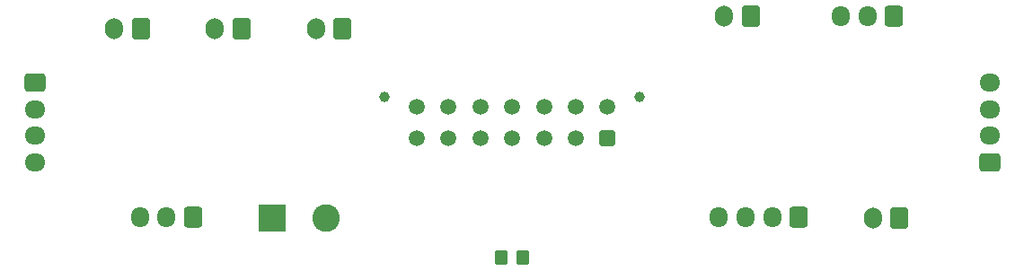
<source format=gbr>
%TF.GenerationSoftware,KiCad,Pcbnew,(6.0.0)*%
%TF.CreationDate,2022-05-14T21:45:35-04:00*%
%TF.ProjectId,V0-UmbilicalBoard,56302d55-6d62-4696-9c69-63616c426f61,rev?*%
%TF.SameCoordinates,Original*%
%TF.FileFunction,Soldermask,Top*%
%TF.FilePolarity,Negative*%
%FSLAX46Y46*%
G04 Gerber Fmt 4.6, Leading zero omitted, Abs format (unit mm)*
G04 Created by KiCad (PCBNEW (6.0.0)) date 2022-05-14 21:45:35*
%MOMM*%
%LPD*%
G01*
G04 APERTURE LIST*
G04 Aperture macros list*
%AMRoundRect*
0 Rectangle with rounded corners*
0 $1 Rounding radius*
0 $2 $3 $4 $5 $6 $7 $8 $9 X,Y pos of 4 corners*
0 Add a 4 corners polygon primitive as box body*
4,1,4,$2,$3,$4,$5,$6,$7,$8,$9,$2,$3,0*
0 Add four circle primitives for the rounded corners*
1,1,$1+$1,$2,$3*
1,1,$1+$1,$4,$5*
1,1,$1+$1,$6,$7*
1,1,$1+$1,$8,$9*
0 Add four rect primitives between the rounded corners*
20,1,$1+$1,$2,$3,$4,$5,0*
20,1,$1+$1,$4,$5,$6,$7,0*
20,1,$1+$1,$6,$7,$8,$9,0*
20,1,$1+$1,$8,$9,$2,$3,0*%
G04 Aperture macros list end*
%ADD10C,1.000000*%
%ADD11RoundRect,0.250000X0.500000X0.500000X-0.500000X0.500000X-0.500000X-0.500000X0.500000X-0.500000X0*%
%ADD12C,1.500000*%
%ADD13RoundRect,0.249999X-0.350001X-0.450001X0.350001X-0.450001X0.350001X0.450001X-0.350001X0.450001X0*%
%ADD14RoundRect,0.250000X0.600000X0.750000X-0.600000X0.750000X-0.600000X-0.750000X0.600000X-0.750000X0*%
%ADD15O,1.700000X2.000000*%
%ADD16RoundRect,0.250000X0.600000X0.725000X-0.600000X0.725000X-0.600000X-0.725000X0.600000X-0.725000X0*%
%ADD17O,1.700000X1.950000*%
%ADD18R,2.600000X2.600000*%
%ADD19C,2.600000*%
%ADD20RoundRect,0.250000X0.725000X-0.600000X0.725000X0.600000X-0.725000X0.600000X-0.725000X-0.600000X0*%
%ADD21O,1.950000X1.700000*%
%ADD22RoundRect,0.250000X-0.725000X0.600000X-0.725000X-0.600000X0.725000X-0.600000X0.725000X0.600000X0*%
G04 APERTURE END LIST*
D10*
%TO.C,J1*%
X88000000Y-97560000D03*
X112000000Y-97560000D03*
D11*
X109000000Y-101500000D03*
D12*
X106000000Y-101500000D03*
X103000000Y-101500000D03*
X100000000Y-101500000D03*
X97000000Y-101500000D03*
X94000000Y-101500000D03*
X91000000Y-101500000D03*
X109000000Y-98500000D03*
X106000000Y-98500000D03*
X103000000Y-98500000D03*
X100000000Y-98500000D03*
X97000000Y-98500000D03*
X94000000Y-98500000D03*
X91000000Y-98500000D03*
%TD*%
D13*
%TO.C,TH1*%
X99000000Y-112700000D03*
X101000000Y-112700000D03*
%TD*%
D14*
%TO.C,J3*%
X74500000Y-91110000D03*
D15*
X72000000Y-91110000D03*
%TD*%
D14*
%TO.C,J4*%
X84000000Y-91110000D03*
D15*
X81500000Y-91110000D03*
%TD*%
D14*
%TO.C,J6*%
X65000000Y-91110000D03*
D15*
X62500000Y-91110000D03*
%TD*%
D14*
%TO.C,J7*%
X122500000Y-90000000D03*
D15*
X120000000Y-90000000D03*
%TD*%
D14*
%TO.C,J8*%
X136500000Y-109000000D03*
D15*
X134000000Y-109000000D03*
%TD*%
D16*
%TO.C,J2*%
X127000000Y-108890000D03*
D17*
X124500000Y-108890000D03*
X122000000Y-108890000D03*
X119500000Y-108890000D03*
%TD*%
D18*
%TO.C,J5*%
X77420000Y-109000000D03*
D19*
X82500000Y-109000000D03*
%TD*%
D16*
%TO.C,J9*%
X136000000Y-90000000D03*
D17*
X133500000Y-90000000D03*
X131000000Y-90000000D03*
%TD*%
D20*
%TO.C,J10*%
X145000000Y-103750000D03*
D21*
X145000000Y-101250000D03*
X145000000Y-98750000D03*
X145000000Y-96250000D03*
%TD*%
D22*
%TO.C,J11*%
X55000000Y-96250000D03*
D21*
X55000000Y-98750000D03*
X55000000Y-101250000D03*
X55000000Y-103750000D03*
%TD*%
D16*
%TO.C,J12*%
X69928000Y-108890000D03*
D17*
X67428000Y-108890000D03*
X64928000Y-108890000D03*
%TD*%
M02*

</source>
